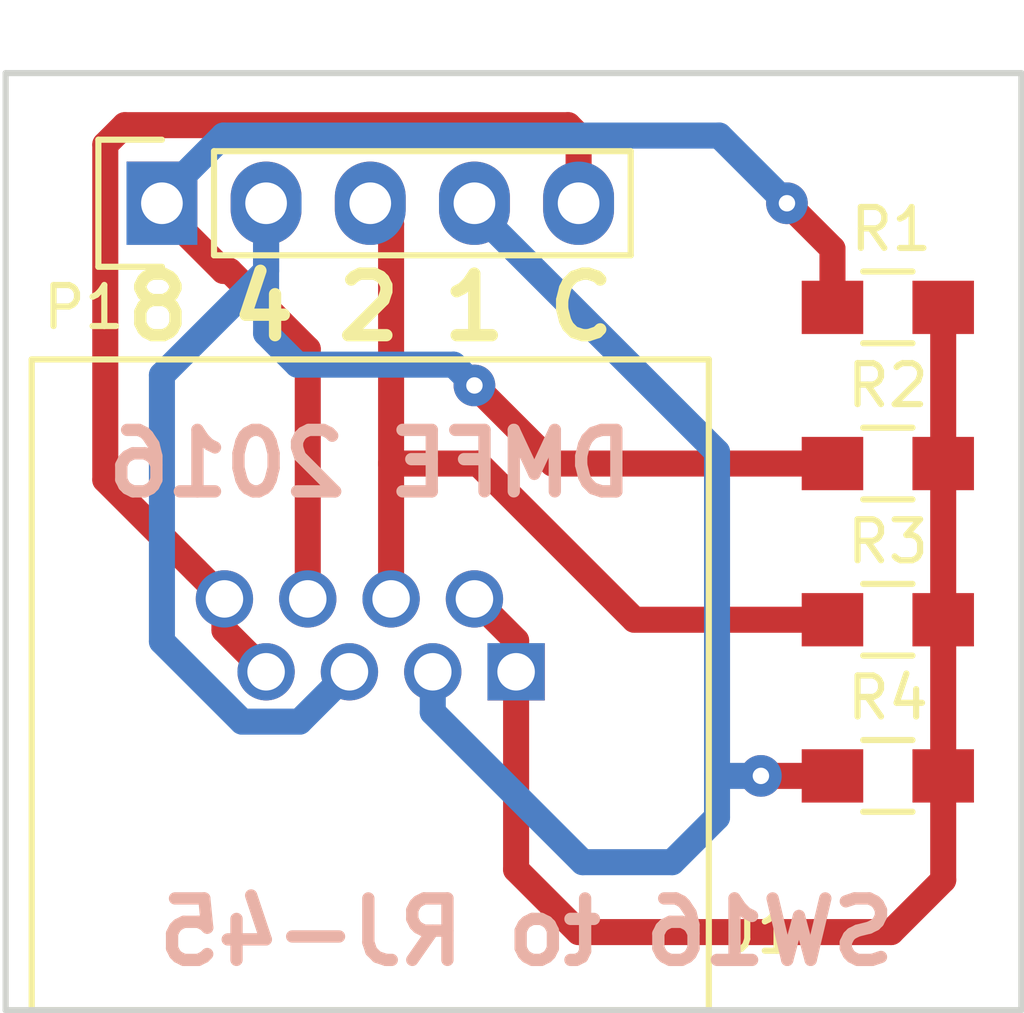
<source format=kicad_pcb>
(kicad_pcb (version 20160815) (host pcbnew "(2016-11-12 revision b9c62b6)-master")

  (general
    (links 15)
    (no_connects 0)
    (area 118.034999 67.869999 142.950001 90.880001)
    (thickness 1.6)
    (drawings 7)
    (tracks 61)
    (zones 0)
    (modules 6)
    (nets 7)
  )

  (page A)
  (title_block
    (title Switch16)
    (date 2016-11-19)
    (rev n/c)
    (company DMFE)
    (comment 1 "16 Pos Gray Code Switch to RJ-45")
  )

  (layers
    (0 F.Cu signal)
    (31 B.Cu signal)
    (32 B.Adhes user hide)
    (33 F.Adhes user hide)
    (34 B.Paste user hide)
    (35 F.Paste user hide)
    (36 B.SilkS user)
    (37 F.SilkS user)
    (38 B.Mask user)
    (39 F.Mask user)
    (40 Dwgs.User user)
    (41 Cmts.User user)
    (42 Eco1.User user)
    (43 Eco2.User user)
    (44 Edge.Cuts user)
    (45 Margin user)
    (46 B.CrtYd user)
    (47 F.CrtYd user)
    (48 B.Fab user)
    (49 F.Fab user)
  )

  (setup
    (last_trace_width 0.635)
    (user_trace_width 0.635)
    (trace_clearance 0.2)
    (zone_clearance 0.508)
    (zone_45_only no)
    (trace_min 0.2)
    (segment_width 0.2)
    (edge_width 0.15)
    (via_size 1.016)
    (via_drill 0.4)
    (via_min_size 0.4)
    (via_min_drill 0.3)
    (uvia_size 0.3)
    (uvia_drill 0.1)
    (uvias_allowed no)
    (uvia_min_size 0.2)
    (uvia_min_drill 0.1)
    (pcb_text_width 0.3)
    (pcb_text_size 1.5 1.5)
    (mod_edge_width 0.15)
    (mod_text_size 1 1)
    (mod_text_width 0.15)
    (pad_size 3.64998 3.64998)
    (pad_drill 3.2512)
    (pad_to_mask_clearance 0.2)
    (aux_axis_origin 0 0)
    (visible_elements FFFEFF7F)
    (pcbplotparams
      (layerselection 0x000f0_ffffffff)
      (usegerberextensions true)
      (excludeedgelayer true)
      (linewidth 0.100000)
      (plotframeref false)
      (viasonmask false)
      (mode 1)
      (useauxorigin false)
      (hpglpennumber 1)
      (hpglpenspeed 20)
      (hpglpendiameter 15)
      (psnegative false)
      (psa4output false)
      (plotreference true)
      (plotvalue false)
      (plotinvisibletext false)
      (padsonsilk false)
      (subtractmaskfromsilk false)
      (outputformat 1)
      (mirror false)
      (drillshape 0)
      (scaleselection 1)
      (outputdirectory FAB/))
  )

  (net 0 "")
  (net 1 "Net-(J1-Pad7)")
  (net 2 "Net-(J1-Pad6)")
  (net 3 "Net-(J1-Pad5)")
  (net 4 "Net-(J1-Pad4)")
  (net 5 "Net-(J1-Pad3)")
  (net 6 "Net-(J1-Pad1)")

  (net_class Default "This is the default net class."
    (clearance 0.2)
    (trace_width 0.3048)
    (via_dia 1.016)
    (via_drill 0.4)
    (uvia_dia 0.3)
    (uvia_drill 0.1)
    (diff_pair_gap 0.25)
    (diff_pair_width 0.2)
    (add_net "Net-(J1-Pad1)")
    (add_net "Net-(J1-Pad3)")
    (add_net "Net-(J1-Pad4)")
    (add_net "Net-(J1-Pad5)")
    (add_net "Net-(J1-Pad6)")
    (add_net "Net-(J1-Pad7)")
  )

  (module E5J88RJ45:E5J88 (layer F.Cu) (tedit 58338872) (tstamp 5833A56D)
    (at 127 85.09)
    (path /5830A543)
    (fp_text reference J1 (at 9.525 3.81) (layer F.SilkS)
      (effects (font (size 1 1) (thickness 0.15)))
    )
    (fp_text value RJ45 (at 0 -0.5) (layer F.Fab)
      (effects (font (size 1 1) (thickness 0.15)))
    )
    (fp_line (start -8.255 -10.16) (end -8.255 5.715) (layer F.SilkS) (width 0.15))
    (fp_line (start 8.255 -10.16) (end -8.255 -10.16) (layer F.SilkS) (width 0.15))
    (fp_line (start 8.255 5.715) (end 8.255 -10.16) (layer F.SilkS) (width 0.15))
    (fp_line (start -8.255 5.715) (end 8.255 5.715) (layer F.SilkS) (width 0.15))
    (pad 2 thru_hole circle (at 2.54 -4.318) (size 1.397 1.397) (drill 0.9144) (layers *.Cu *.Mask)
      (net 6 "Net-(J1-Pad1)"))
    (pad 4 thru_hole circle (at 0.508 -4.318) (size 1.397 1.397) (drill 0.9144) (layers *.Cu *.Mask)
      (net 4 "Net-(J1-Pad4)"))
    (pad 6 thru_hole circle (at -1.524 -4.318) (size 1.397 1.397) (drill 0.9144) (layers *.Cu *.Mask)
      (net 2 "Net-(J1-Pad6)"))
    (pad 8 thru_hole circle (at -3.556 -4.318) (size 1.397 1.397) (drill 0.9144) (layers *.Cu *.Mask)
      (net 1 "Net-(J1-Pad7)"))
    (pad 7 thru_hole circle (at -2.54 -2.54) (size 1.397 1.397) (drill 0.9144) (layers *.Cu *.Mask)
      (net 1 "Net-(J1-Pad7)"))
    (pad 5 thru_hole circle (at -0.508 -2.54) (size 1.397 1.397) (drill 0.9144) (layers *.Cu *.Mask)
      (net 3 "Net-(J1-Pad5)"))
    (pad 3 thru_hole circle (at 1.524 -2.54) (size 1.397 1.397) (drill 0.9144) (layers *.Cu *.Mask)
      (net 5 "Net-(J1-Pad3)"))
    (pad 1 thru_hole rect (at 3.556 -2.54) (size 1.397 1.397) (drill 0.9144) (layers *.Cu *.Mask)
      (net 6 "Net-(J1-Pad1)"))
    (pad "" np_thru_hole circle (at 6.35 0) (size 3.175 3.175) (drill 3.175) (layers *.Cu *.Mask))
    (pad "" np_thru_hole circle (at -6.35 0) (size 3.175 3.175) (drill 3.175) (layers *.Cu *.Mask))
  )

  (module Pin_Headers:Pin_Header_Straight_1x05 (layer F.Cu) (tedit 54EA0684) (tstamp 5830AA28)
    (at 121.92 71.12 90)
    (descr "Through hole pin header")
    (tags "pin header")
    (path /5830A510)
    (fp_text reference P1 (at -2.54 -1.905 180) (layer F.SilkS)
      (effects (font (size 1 1) (thickness 0.15)))
    )
    (fp_text value CONN_01X05 (at 0 -3.1 90) (layer F.Fab)
      (effects (font (size 1 1) (thickness 0.15)))
    )
    (fp_line (start 1.27 1.27) (end -1.27 1.27) (layer F.SilkS) (width 0.15))
    (fp_line (start -1.27 11.43) (end -1.27 1.27) (layer F.SilkS) (width 0.15))
    (fp_line (start 1.27 11.43) (end -1.27 11.43) (layer F.SilkS) (width 0.15))
    (fp_line (start 1.27 1.27) (end 1.27 11.43) (layer F.SilkS) (width 0.15))
    (fp_line (start -1.75 11.95) (end 1.75 11.95) (layer F.CrtYd) (width 0.05))
    (fp_line (start -1.75 -1.75) (end 1.75 -1.75) (layer F.CrtYd) (width 0.05))
    (fp_line (start 1.75 -1.75) (end 1.75 11.95) (layer F.CrtYd) (width 0.05))
    (fp_line (start -1.75 -1.75) (end -1.75 11.95) (layer F.CrtYd) (width 0.05))
    (fp_line (start 1.55 -1.55) (end 1.55 0) (layer F.SilkS) (width 0.15))
    (fp_line (start -1.55 -1.55) (end 1.55 -1.55) (layer F.SilkS) (width 0.15))
    (fp_line (start -1.55 0) (end -1.55 -1.55) (layer F.SilkS) (width 0.15))
    (pad 5 thru_hole oval (at 0 10.16 90) (size 2.032 1.7272) (drill 1.016) (layers *.Cu *.Mask)
      (net 1 "Net-(J1-Pad7)"))
    (pad 4 thru_hole oval (at 0 7.62 90) (size 2.032 1.7272) (drill 1.016) (layers *.Cu *.Mask)
      (net 5 "Net-(J1-Pad3)"))
    (pad 3 thru_hole oval (at 0 5.08 90) (size 2.032 1.7272) (drill 1.016) (layers *.Cu *.Mask)
      (net 4 "Net-(J1-Pad4)"))
    (pad 2 thru_hole oval (at 0 2.54 90) (size 2.032 1.7272) (drill 1.016) (layers *.Cu *.Mask)
      (net 3 "Net-(J1-Pad5)"))
    (pad 1 thru_hole rect (at 0 0 90) (size 2.032 1.7272) (drill 1.016) (layers *.Cu *.Mask)
      (net 2 "Net-(J1-Pad6)"))
    (model Pin_Headers.3dshapes/Pin_Header_Straight_1x05.wrl
      (at (xyz 0 -0.2 0))
      (scale (xyz 1 1 1))
      (rotate (xyz 0 0 90))
    )
  )

  (module Resistors_SMD:R_0805_HandSoldering (layer F.Cu) (tedit 54189DEE) (tstamp 5830AA2E)
    (at 139.62 73.66 180)
    (descr "Resistor SMD 0805, hand soldering")
    (tags "resistor 0805")
    (path /5830A5D8)
    (attr smd)
    (fp_text reference R1 (at -0.08 1.905 180) (layer F.SilkS)
      (effects (font (size 1 1) (thickness 0.15)))
    )
    (fp_text value 10K (at 0 2.1 180) (layer F.Fab)
      (effects (font (size 1 1) (thickness 0.15)))
    )
    (fp_line (start -0.6 -0.875) (end 0.6 -0.875) (layer F.SilkS) (width 0.15))
    (fp_line (start 0.6 0.875) (end -0.6 0.875) (layer F.SilkS) (width 0.15))
    (fp_line (start 2.4 -1) (end 2.4 1) (layer F.CrtYd) (width 0.05))
    (fp_line (start -2.4 -1) (end -2.4 1) (layer F.CrtYd) (width 0.05))
    (fp_line (start -2.4 1) (end 2.4 1) (layer F.CrtYd) (width 0.05))
    (fp_line (start -2.4 -1) (end 2.4 -1) (layer F.CrtYd) (width 0.05))
    (pad 2 smd rect (at 1.35 0 180) (size 1.5 1.3) (layers F.Cu F.Paste F.Mask)
      (net 2 "Net-(J1-Pad6)"))
    (pad 1 smd rect (at -1.35 0 180) (size 1.5 1.3) (layers F.Cu F.Paste F.Mask)
      (net 6 "Net-(J1-Pad1)"))
    (model Resistors_SMD.3dshapes/R_0805_HandSoldering.wrl
      (at (xyz 0 0 0))
      (scale (xyz 1 1 1))
      (rotate (xyz 0 0 0))
    )
  )

  (module Resistors_SMD:R_0805_HandSoldering (layer F.Cu) (tedit 54189DEE) (tstamp 5830AA34)
    (at 139.62 77.47 180)
    (descr "Resistor SMD 0805, hand soldering")
    (tags "resistor 0805")
    (path /5830A623)
    (attr smd)
    (fp_text reference R2 (at 0 1.905 180) (layer F.SilkS)
      (effects (font (size 1 1) (thickness 0.15)))
    )
    (fp_text value 10K (at 0 2.1 180) (layer F.Fab)
      (effects (font (size 1 1) (thickness 0.15)))
    )
    (fp_line (start -2.4 -1) (end 2.4 -1) (layer F.CrtYd) (width 0.05))
    (fp_line (start -2.4 1) (end 2.4 1) (layer F.CrtYd) (width 0.05))
    (fp_line (start -2.4 -1) (end -2.4 1) (layer F.CrtYd) (width 0.05))
    (fp_line (start 2.4 -1) (end 2.4 1) (layer F.CrtYd) (width 0.05))
    (fp_line (start 0.6 0.875) (end -0.6 0.875) (layer F.SilkS) (width 0.15))
    (fp_line (start -0.6 -0.875) (end 0.6 -0.875) (layer F.SilkS) (width 0.15))
    (pad 1 smd rect (at -1.35 0 180) (size 1.5 1.3) (layers F.Cu F.Paste F.Mask)
      (net 6 "Net-(J1-Pad1)"))
    (pad 2 smd rect (at 1.35 0 180) (size 1.5 1.3) (layers F.Cu F.Paste F.Mask)
      (net 3 "Net-(J1-Pad5)"))
    (model Resistors_SMD.3dshapes/R_0805_HandSoldering.wrl
      (at (xyz 0 0 0))
      (scale (xyz 1 1 1))
      (rotate (xyz 0 0 0))
    )
  )

  (module Resistors_SMD:R_0805_HandSoldering (layer F.Cu) (tedit 54189DEE) (tstamp 5830AA3A)
    (at 139.62 81.28 180)
    (descr "Resistor SMD 0805, hand soldering")
    (tags "resistor 0805")
    (path /5830A645)
    (attr smd)
    (fp_text reference R3 (at 0 1.905 180) (layer F.SilkS)
      (effects (font (size 1 1) (thickness 0.15)))
    )
    (fp_text value 10K (at 0 2.1 180) (layer F.Fab)
      (effects (font (size 1 1) (thickness 0.15)))
    )
    (fp_line (start -0.6 -0.875) (end 0.6 -0.875) (layer F.SilkS) (width 0.15))
    (fp_line (start 0.6 0.875) (end -0.6 0.875) (layer F.SilkS) (width 0.15))
    (fp_line (start 2.4 -1) (end 2.4 1) (layer F.CrtYd) (width 0.05))
    (fp_line (start -2.4 -1) (end -2.4 1) (layer F.CrtYd) (width 0.05))
    (fp_line (start -2.4 1) (end 2.4 1) (layer F.CrtYd) (width 0.05))
    (fp_line (start -2.4 -1) (end 2.4 -1) (layer F.CrtYd) (width 0.05))
    (pad 2 smd rect (at 1.35 0 180) (size 1.5 1.3) (layers F.Cu F.Paste F.Mask)
      (net 4 "Net-(J1-Pad4)"))
    (pad 1 smd rect (at -1.35 0 180) (size 1.5 1.3) (layers F.Cu F.Paste F.Mask)
      (net 6 "Net-(J1-Pad1)"))
    (model Resistors_SMD.3dshapes/R_0805_HandSoldering.wrl
      (at (xyz 0 0 0))
      (scale (xyz 1 1 1))
      (rotate (xyz 0 0 0))
    )
  )

  (module Resistors_SMD:R_0805_HandSoldering (layer F.Cu) (tedit 54189DEE) (tstamp 5830AA40)
    (at 139.62 85.09 180)
    (descr "Resistor SMD 0805, hand soldering")
    (tags "resistor 0805")
    (path /5830A666)
    (attr smd)
    (fp_text reference R4 (at 0 1.905 180) (layer F.SilkS)
      (effects (font (size 1 1) (thickness 0.15)))
    )
    (fp_text value 10K (at 0 2.1 180) (layer F.Fab)
      (effects (font (size 1 1) (thickness 0.15)))
    )
    (fp_line (start -2.4 -1) (end 2.4 -1) (layer F.CrtYd) (width 0.05))
    (fp_line (start -2.4 1) (end 2.4 1) (layer F.CrtYd) (width 0.05))
    (fp_line (start -2.4 -1) (end -2.4 1) (layer F.CrtYd) (width 0.05))
    (fp_line (start 2.4 -1) (end 2.4 1) (layer F.CrtYd) (width 0.05))
    (fp_line (start 0.6 0.875) (end -0.6 0.875) (layer F.SilkS) (width 0.15))
    (fp_line (start -0.6 -0.875) (end 0.6 -0.875) (layer F.SilkS) (width 0.15))
    (pad 1 smd rect (at -1.35 0 180) (size 1.5 1.3) (layers F.Cu F.Paste F.Mask)
      (net 6 "Net-(J1-Pad1)"))
    (pad 2 smd rect (at 1.35 0 180) (size 1.5 1.3) (layers F.Cu F.Paste F.Mask)
      (net 5 "Net-(J1-Pad3)"))
    (model Resistors_SMD.3dshapes/R_0805_HandSoldering.wrl
      (at (xyz 0 0 0))
      (scale (xyz 1 1 1))
      (rotate (xyz 0 0 0))
    )
  )

  (gr_text "SW16 to RJ-45" (at 130.81 88.9) (layer B.SilkS)
    (effects (font (size 1.5 1.5) (thickness 0.3)) (justify mirror))
  )
  (gr_text "DMFE 2016" (at 127 77.47) (layer B.SilkS)
    (effects (font (size 1.5 1.5) (thickness 0.3)) (justify mirror))
  )
  (gr_line (start 118.11 90.805) (end 118.11 67.945) (layer Edge.Cuts) (width 0.15))
  (gr_line (start 142.875 90.805) (end 118.11 90.805) (layer Edge.Cuts) (width 0.15))
  (gr_line (start 142.875 67.945) (end 142.875 90.805) (layer Edge.Cuts) (width 0.15))
  (gr_line (start 118.11 67.945) (end 142.875 67.945) (layer Edge.Cuts) (width 0.15))
  (gr_text "8 4 2 1 C" (at 127 73.66) (layer F.SilkS)
    (effects (font (size 1.5 1.5) (thickness 0.3)))
  )

  (segment (start 131.826 69.215) (end 121.013898 69.215) (width 0.635) (layer F.Cu) (net 1))
  (segment (start 121.013898 69.215) (end 120.538899 69.689999) (width 0.635) (layer F.Cu) (net 1))
  (segment (start 120.538899 69.689999) (end 120.538899 77.866899) (width 0.635) (layer F.Cu) (net 1))
  (segment (start 120.538899 77.866899) (end 122.745501 80.073501) (width 0.635) (layer F.Cu) (net 1))
  (segment (start 122.745501 80.073501) (end 123.444 80.772) (width 0.635) (layer F.Cu) (net 1))
  (segment (start 132.08 71.12) (end 132.08 69.469) (width 0.635) (layer F.Cu) (net 1))
  (segment (start 132.08 69.469) (end 131.826 69.215) (width 0.635) (layer F.Cu) (net 1))
  (segment (start 123.444 80.772) (end 123.444 81.534) (width 0.635) (layer F.Cu) (net 1))
  (segment (start 123.444 81.534) (end 124.46 82.55) (width 0.635) (layer F.Cu) (net 1))
  (segment (start 137.16 71.12) (end 135.509 69.469) (width 0.635) (layer B.Cu) (net 2))
  (segment (start 135.509 69.469) (end 123.4186 69.469) (width 0.635) (layer B.Cu) (net 2))
  (segment (start 123.4186 69.469) (end 121.92 70.9676) (width 0.635) (layer B.Cu) (net 2))
  (segment (start 121.92 70.9676) (end 121.92 71.12) (width 0.635) (layer B.Cu) (net 2))
  (segment (start 138.27 73.66) (end 138.27 72.23) (width 0.635) (layer F.Cu) (net 2))
  (segment (start 138.27 72.23) (end 137.16 71.12) (width 0.635) (layer F.Cu) (net 2))
  (via (at 137.16 71.12) (size 1.016) (drill 0.4) (layers F.Cu B.Cu) (net 2))
  (segment (start 125.476 80.772) (end 125.476 74.676) (width 0.635) (layer F.Cu) (net 2))
  (segment (start 125.476 74.676) (end 123.571 72.771) (width 0.635) (layer F.Cu) (net 2))
  (segment (start 123.571 72.771) (end 123.4186 72.771) (width 0.635) (layer F.Cu) (net 2))
  (segment (start 123.4186 72.771) (end 121.92 71.2724) (width 0.635) (layer F.Cu) (net 2))
  (segment (start 121.92 71.2724) (end 121.92 71.12) (width 0.635) (layer F.Cu) (net 2))
  (segment (start 125.222001 75.057001) (end 124.46 74.295) (width 0.635) (layer B.Cu) (net 3))
  (segment (start 124.46 74.295) (end 124.46 71.12) (width 0.635) (layer B.Cu) (net 3))
  (segment (start 129.54 75.565) (end 129.032001 75.057001) (width 0.635) (layer B.Cu) (net 3))
  (segment (start 129.032001 75.057001) (end 125.222001 75.057001) (width 0.635) (layer B.Cu) (net 3))
  (segment (start 138.27 77.47) (end 131.445 77.47) (width 0.635) (layer F.Cu) (net 3))
  (segment (start 131.445 77.47) (end 129.54 75.565) (width 0.635) (layer F.Cu) (net 3))
  (via (at 129.54 75.565) (size 1.016) (drill 0.4) (layers F.Cu B.Cu) (net 3))
  (segment (start 121.92 81.809682) (end 121.92 75.311) (width 0.635) (layer B.Cu) (net 3))
  (segment (start 121.92 75.311) (end 124.46 72.771) (width 0.635) (layer B.Cu) (net 3))
  (segment (start 124.46 72.771) (end 124.46 71.12) (width 0.635) (layer B.Cu) (net 3))
  (segment (start 126.492 82.55) (end 125.275999 83.766001) (width 0.635) (layer B.Cu) (net 3))
  (segment (start 125.275999 83.766001) (end 123.876319 83.766001) (width 0.635) (layer B.Cu) (net 3))
  (segment (start 123.876319 83.766001) (end 121.92 81.809682) (width 0.635) (layer B.Cu) (net 3))
  (segment (start 138.27 81.28) (end 133.439118 81.28) (width 0.635) (layer F.Cu) (net 4))
  (segment (start 133.439118 81.28) (end 129.629118 77.47) (width 0.635) (layer F.Cu) (net 4))
  (segment (start 129.629118 77.47) (end 127.508 77.47) (width 0.635) (layer F.Cu) (net 4))
  (segment (start 127.508 80.772) (end 127.508 77.47) (width 0.635) (layer F.Cu) (net 4))
  (segment (start 127.508 77.47) (end 127.508 71.628) (width 0.635) (layer F.Cu) (net 4))
  (segment (start 127.508 71.628) (end 127 71.12) (width 0.635) (layer F.Cu) (net 4))
  (segment (start 129.54 71.2724) (end 129.54 71.12) (width 0.635) (layer B.Cu) (net 5))
  (segment (start 135.455001 77.187401) (end 129.54 71.2724) (width 0.635) (layer B.Cu) (net 5))
  (segment (start 135.455001 85.09) (end 135.455001 77.187401) (width 0.635) (layer B.Cu) (net 5))
  (segment (start 135.455001 86.100401) (end 135.455001 85.09) (width 0.635) (layer B.Cu) (net 5))
  (segment (start 136.525 85.09) (end 135.455001 85.09) (width 0.635) (layer B.Cu) (net 5))
  (segment (start 138.27 85.09) (end 136.525 85.09) (width 0.635) (layer F.Cu) (net 5))
  (via (at 136.525 85.09) (size 1.016) (drill 0.4) (layers F.Cu B.Cu) (net 5))
  (segment (start 128.524 82.55) (end 128.524 83.537828) (width 0.635) (layer B.Cu) (net 5))
  (segment (start 128.524 83.537828) (end 132.181173 87.195001) (width 0.635) (layer B.Cu) (net 5))
  (segment (start 132.181173 87.195001) (end 134.360401 87.195001) (width 0.635) (layer B.Cu) (net 5))
  (segment (start 134.360401 87.195001) (end 135.455001 86.100401) (width 0.635) (layer B.Cu) (net 5))
  (segment (start 140.97 85.09) (end 140.97 87.63) (width 0.635) (layer F.Cu) (net 6))
  (segment (start 140.97 87.63) (end 139.7 88.9) (width 0.635) (layer F.Cu) (net 6))
  (segment (start 139.7 88.9) (end 132.08 88.9) (width 0.635) (layer F.Cu) (net 6))
  (segment (start 132.08 88.9) (end 130.556 87.376) (width 0.635) (layer F.Cu) (net 6))
  (segment (start 130.556 87.376) (end 130.556 82.55) (width 0.635) (layer F.Cu) (net 6))
  (segment (start 130.556 82.55) (end 130.556 81.788) (width 0.635) (layer F.Cu) (net 6))
  (segment (start 130.556 81.788) (end 129.54 80.772) (width 0.635) (layer F.Cu) (net 6))
  (segment (start 140.97 81.28) (end 140.97 85.09) (width 0.635) (layer F.Cu) (net 6))
  (segment (start 140.97 77.47) (end 140.97 81.28) (width 0.635) (layer F.Cu) (net 6))
  (segment (start 140.97 73.66) (end 140.97 77.47) (width 0.635) (layer F.Cu) (net 6))

)

</source>
